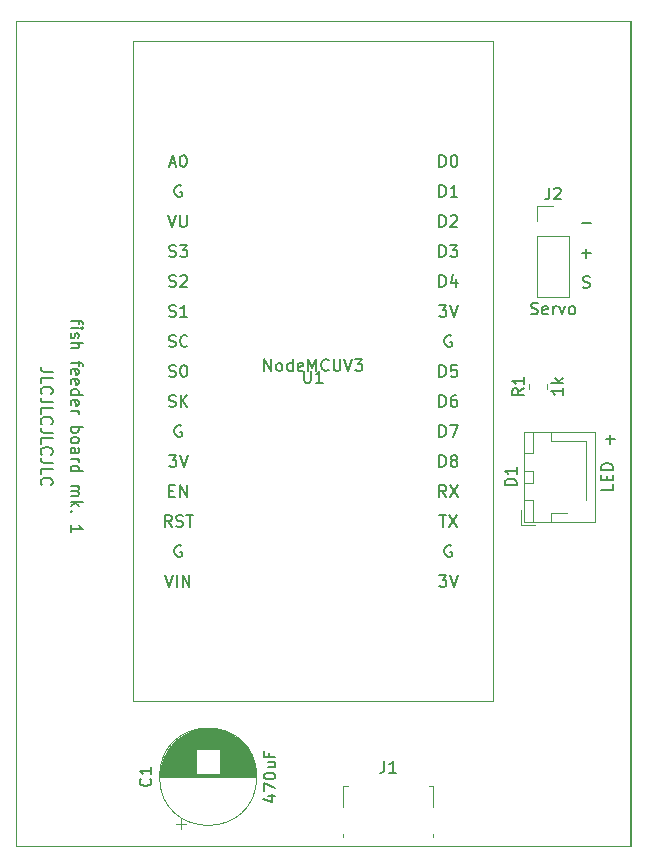
<source format=gto>
%TF.GenerationSoftware,KiCad,Pcbnew,(5.1.10)-1*%
%TF.CreationDate,2021-09-02T19:06:41+08:00*%
%TF.ProjectId,nodemcu_board,6e6f6465-6d63-4755-9f62-6f6172642e6b,rev?*%
%TF.SameCoordinates,Original*%
%TF.FileFunction,Legend,Top*%
%TF.FilePolarity,Positive*%
%FSLAX46Y46*%
G04 Gerber Fmt 4.6, Leading zero omitted, Abs format (unit mm)*
G04 Created by KiCad (PCBNEW (5.1.10)-1) date 2021-09-02 19:06:41*
%MOMM*%
%LPD*%
G01*
G04 APERTURE LIST*
%ADD10C,0.150000*%
%ADD11C,0.120000*%
G04 APERTURE END LIST*
D10*
X119927619Y-89360952D02*
X119213333Y-89360952D01*
X119070476Y-89313333D01*
X118975238Y-89218095D01*
X118927619Y-89075238D01*
X118927619Y-88980000D01*
X118927619Y-90313333D02*
X118927619Y-89837142D01*
X119927619Y-89837142D01*
X119022857Y-91218095D02*
X118975238Y-91170476D01*
X118927619Y-91027619D01*
X118927619Y-90932380D01*
X118975238Y-90789523D01*
X119070476Y-90694285D01*
X119165714Y-90646666D01*
X119356190Y-90599047D01*
X119499047Y-90599047D01*
X119689523Y-90646666D01*
X119784761Y-90694285D01*
X119880000Y-90789523D01*
X119927619Y-90932380D01*
X119927619Y-91027619D01*
X119880000Y-91170476D01*
X119832380Y-91218095D01*
X119927619Y-91932380D02*
X119213333Y-91932380D01*
X119070476Y-91884761D01*
X118975238Y-91789523D01*
X118927619Y-91646666D01*
X118927619Y-91551428D01*
X118927619Y-92884761D02*
X118927619Y-92408571D01*
X119927619Y-92408571D01*
X119022857Y-93789523D02*
X118975238Y-93741904D01*
X118927619Y-93599047D01*
X118927619Y-93503809D01*
X118975238Y-93360952D01*
X119070476Y-93265714D01*
X119165714Y-93218095D01*
X119356190Y-93170476D01*
X119499047Y-93170476D01*
X119689523Y-93218095D01*
X119784761Y-93265714D01*
X119880000Y-93360952D01*
X119927619Y-93503809D01*
X119927619Y-93599047D01*
X119880000Y-93741904D01*
X119832380Y-93789523D01*
X119927619Y-94503809D02*
X119213333Y-94503809D01*
X119070476Y-94456190D01*
X118975238Y-94360952D01*
X118927619Y-94218095D01*
X118927619Y-94122857D01*
X118927619Y-95456190D02*
X118927619Y-94980000D01*
X119927619Y-94980000D01*
X119022857Y-96360952D02*
X118975238Y-96313333D01*
X118927619Y-96170476D01*
X118927619Y-96075238D01*
X118975238Y-95932380D01*
X119070476Y-95837142D01*
X119165714Y-95789523D01*
X119356190Y-95741904D01*
X119499047Y-95741904D01*
X119689523Y-95789523D01*
X119784761Y-95837142D01*
X119880000Y-95932380D01*
X119927619Y-96075238D01*
X119927619Y-96170476D01*
X119880000Y-96313333D01*
X119832380Y-96360952D01*
X119927619Y-97075238D02*
X119213333Y-97075238D01*
X119070476Y-97027619D01*
X118975238Y-96932380D01*
X118927619Y-96789523D01*
X118927619Y-96694285D01*
X118927619Y-98027619D02*
X118927619Y-97551428D01*
X119927619Y-97551428D01*
X119022857Y-98932380D02*
X118975238Y-98884761D01*
X118927619Y-98741904D01*
X118927619Y-98646666D01*
X118975238Y-98503809D01*
X119070476Y-98408571D01*
X119165714Y-98360952D01*
X119356190Y-98313333D01*
X119499047Y-98313333D01*
X119689523Y-98360952D01*
X119784761Y-98408571D01*
X119880000Y-98503809D01*
X119927619Y-98646666D01*
X119927619Y-98741904D01*
X119880000Y-98884761D01*
X119832380Y-98932380D01*
X122134285Y-84932380D02*
X122134285Y-85313333D01*
X121467619Y-85075238D02*
X122324761Y-85075238D01*
X122420000Y-85122857D01*
X122467619Y-85218095D01*
X122467619Y-85313333D01*
X121467619Y-85646666D02*
X122134285Y-85646666D01*
X122467619Y-85646666D02*
X122420000Y-85599047D01*
X122372380Y-85646666D01*
X122420000Y-85694285D01*
X122467619Y-85646666D01*
X122372380Y-85646666D01*
X121515238Y-86075238D02*
X121467619Y-86170476D01*
X121467619Y-86360952D01*
X121515238Y-86456190D01*
X121610476Y-86503809D01*
X121658095Y-86503809D01*
X121753333Y-86456190D01*
X121800952Y-86360952D01*
X121800952Y-86218095D01*
X121848571Y-86122857D01*
X121943809Y-86075238D01*
X121991428Y-86075238D01*
X122086666Y-86122857D01*
X122134285Y-86218095D01*
X122134285Y-86360952D01*
X122086666Y-86456190D01*
X121467619Y-86932380D02*
X122467619Y-86932380D01*
X121467619Y-87360952D02*
X121991428Y-87360952D01*
X122086666Y-87313333D01*
X122134285Y-87218095D01*
X122134285Y-87075238D01*
X122086666Y-86980000D01*
X122039047Y-86932380D01*
X122134285Y-88456190D02*
X122134285Y-88837142D01*
X121467619Y-88599047D02*
X122324761Y-88599047D01*
X122420000Y-88646666D01*
X122467619Y-88741904D01*
X122467619Y-88837142D01*
X121515238Y-89551428D02*
X121467619Y-89456190D01*
X121467619Y-89265714D01*
X121515238Y-89170476D01*
X121610476Y-89122857D01*
X121991428Y-89122857D01*
X122086666Y-89170476D01*
X122134285Y-89265714D01*
X122134285Y-89456190D01*
X122086666Y-89551428D01*
X121991428Y-89599047D01*
X121896190Y-89599047D01*
X121800952Y-89122857D01*
X121515238Y-90408571D02*
X121467619Y-90313333D01*
X121467619Y-90122857D01*
X121515238Y-90027619D01*
X121610476Y-89980000D01*
X121991428Y-89980000D01*
X122086666Y-90027619D01*
X122134285Y-90122857D01*
X122134285Y-90313333D01*
X122086666Y-90408571D01*
X121991428Y-90456190D01*
X121896190Y-90456190D01*
X121800952Y-89980000D01*
X121467619Y-91313333D02*
X122467619Y-91313333D01*
X121515238Y-91313333D02*
X121467619Y-91218095D01*
X121467619Y-91027619D01*
X121515238Y-90932380D01*
X121562857Y-90884761D01*
X121658095Y-90837142D01*
X121943809Y-90837142D01*
X122039047Y-90884761D01*
X122086666Y-90932380D01*
X122134285Y-91027619D01*
X122134285Y-91218095D01*
X122086666Y-91313333D01*
X121515238Y-92170476D02*
X121467619Y-92075238D01*
X121467619Y-91884761D01*
X121515238Y-91789523D01*
X121610476Y-91741904D01*
X121991428Y-91741904D01*
X122086666Y-91789523D01*
X122134285Y-91884761D01*
X122134285Y-92075238D01*
X122086666Y-92170476D01*
X121991428Y-92218095D01*
X121896190Y-92218095D01*
X121800952Y-91741904D01*
X121467619Y-92646666D02*
X122134285Y-92646666D01*
X121943809Y-92646666D02*
X122039047Y-92694285D01*
X122086666Y-92741904D01*
X122134285Y-92837142D01*
X122134285Y-92932380D01*
X121467619Y-94027619D02*
X122467619Y-94027619D01*
X122086666Y-94027619D02*
X122134285Y-94122857D01*
X122134285Y-94313333D01*
X122086666Y-94408571D01*
X122039047Y-94456190D01*
X121943809Y-94503809D01*
X121658095Y-94503809D01*
X121562857Y-94456190D01*
X121515238Y-94408571D01*
X121467619Y-94313333D01*
X121467619Y-94122857D01*
X121515238Y-94027619D01*
X121467619Y-95075238D02*
X121515238Y-94980000D01*
X121562857Y-94932380D01*
X121658095Y-94884761D01*
X121943809Y-94884761D01*
X122039047Y-94932380D01*
X122086666Y-94980000D01*
X122134285Y-95075238D01*
X122134285Y-95218095D01*
X122086666Y-95313333D01*
X122039047Y-95360952D01*
X121943809Y-95408571D01*
X121658095Y-95408571D01*
X121562857Y-95360952D01*
X121515238Y-95313333D01*
X121467619Y-95218095D01*
X121467619Y-95075238D01*
X121467619Y-96265714D02*
X121991428Y-96265714D01*
X122086666Y-96218095D01*
X122134285Y-96122857D01*
X122134285Y-95932380D01*
X122086666Y-95837142D01*
X121515238Y-96265714D02*
X121467619Y-96170476D01*
X121467619Y-95932380D01*
X121515238Y-95837142D01*
X121610476Y-95789523D01*
X121705714Y-95789523D01*
X121800952Y-95837142D01*
X121848571Y-95932380D01*
X121848571Y-96170476D01*
X121896190Y-96265714D01*
X121467619Y-96741904D02*
X122134285Y-96741904D01*
X121943809Y-96741904D02*
X122039047Y-96789523D01*
X122086666Y-96837142D01*
X122134285Y-96932380D01*
X122134285Y-97027619D01*
X121467619Y-97789523D02*
X122467619Y-97789523D01*
X121515238Y-97789523D02*
X121467619Y-97694285D01*
X121467619Y-97503809D01*
X121515238Y-97408571D01*
X121562857Y-97360952D01*
X121658095Y-97313333D01*
X121943809Y-97313333D01*
X122039047Y-97360952D01*
X122086666Y-97408571D01*
X122134285Y-97503809D01*
X122134285Y-97694285D01*
X122086666Y-97789523D01*
X121467619Y-99027619D02*
X122134285Y-99027619D01*
X122039047Y-99027619D02*
X122086666Y-99075238D01*
X122134285Y-99170476D01*
X122134285Y-99313333D01*
X122086666Y-99408571D01*
X121991428Y-99456190D01*
X121467619Y-99456190D01*
X121991428Y-99456190D02*
X122086666Y-99503809D01*
X122134285Y-99599047D01*
X122134285Y-99741904D01*
X122086666Y-99837142D01*
X121991428Y-99884761D01*
X121467619Y-99884761D01*
X121467619Y-100360952D02*
X122467619Y-100360952D01*
X121848571Y-100456190D02*
X121467619Y-100741904D01*
X122134285Y-100741904D02*
X121753333Y-100360952D01*
X121562857Y-101170476D02*
X121515238Y-101218095D01*
X121467619Y-101170476D01*
X121515238Y-101122857D01*
X121562857Y-101170476D01*
X121467619Y-101170476D01*
X121467619Y-102932380D02*
X121467619Y-102360952D01*
X121467619Y-102646666D02*
X122467619Y-102646666D01*
X122324761Y-102551428D01*
X122229523Y-102456190D01*
X122181904Y-102360952D01*
X166751047Y-95067428D02*
X167512952Y-95067428D01*
X167132000Y-95448380D02*
X167132000Y-94686476D01*
X164814285Y-82192761D02*
X164957142Y-82240380D01*
X165195238Y-82240380D01*
X165290476Y-82192761D01*
X165338095Y-82145142D01*
X165385714Y-82049904D01*
X165385714Y-81954666D01*
X165338095Y-81859428D01*
X165290476Y-81811809D01*
X165195238Y-81764190D01*
X165004761Y-81716571D01*
X164909523Y-81668952D01*
X164861904Y-81621333D01*
X164814285Y-81526095D01*
X164814285Y-81430857D01*
X164861904Y-81335619D01*
X164909523Y-81288000D01*
X165004761Y-81240380D01*
X165242857Y-81240380D01*
X165385714Y-81288000D01*
X164719047Y-79319428D02*
X165480952Y-79319428D01*
X165100000Y-79700380D02*
X165100000Y-78938476D01*
X164719047Y-76779428D02*
X165480952Y-76779428D01*
D11*
X116840000Y-59690000D02*
X118110000Y-59690000D01*
X118110000Y-129540000D02*
X116840000Y-129540000D01*
X118110000Y-59690000D02*
X168910000Y-59690000D01*
X116840000Y-129540000D02*
X116840000Y-59690000D01*
X168910000Y-129540000D02*
X118110000Y-129540000D01*
D10*
X168910000Y-129540000D02*
X168910000Y-59690000D01*
D11*
%TO.C,C1*%
X137216000Y-123638000D02*
G75*
G03*
X137216000Y-123638000I-4120000J0D01*
G01*
X129016000Y-123638000D02*
X137176000Y-123638000D01*
X129016000Y-123598000D02*
X137176000Y-123598000D01*
X129016000Y-123558000D02*
X137176000Y-123558000D01*
X129017000Y-123518000D02*
X137175000Y-123518000D01*
X129019000Y-123478000D02*
X137173000Y-123478000D01*
X129020000Y-123438000D02*
X137172000Y-123438000D01*
X129022000Y-123398000D02*
X132056000Y-123398000D01*
X134136000Y-123398000D02*
X137170000Y-123398000D01*
X129025000Y-123358000D02*
X132056000Y-123358000D01*
X134136000Y-123358000D02*
X137167000Y-123358000D01*
X129028000Y-123318000D02*
X132056000Y-123318000D01*
X134136000Y-123318000D02*
X137164000Y-123318000D01*
X129031000Y-123278000D02*
X132056000Y-123278000D01*
X134136000Y-123278000D02*
X137161000Y-123278000D01*
X129035000Y-123238000D02*
X132056000Y-123238000D01*
X134136000Y-123238000D02*
X137157000Y-123238000D01*
X129039000Y-123198000D02*
X132056000Y-123198000D01*
X134136000Y-123198000D02*
X137153000Y-123198000D01*
X129044000Y-123158000D02*
X132056000Y-123158000D01*
X134136000Y-123158000D02*
X137148000Y-123158000D01*
X129048000Y-123118000D02*
X132056000Y-123118000D01*
X134136000Y-123118000D02*
X137144000Y-123118000D01*
X129054000Y-123078000D02*
X132056000Y-123078000D01*
X134136000Y-123078000D02*
X137138000Y-123078000D01*
X129059000Y-123038000D02*
X132056000Y-123038000D01*
X134136000Y-123038000D02*
X137133000Y-123038000D01*
X129066000Y-122998000D02*
X132056000Y-122998000D01*
X134136000Y-122998000D02*
X137126000Y-122998000D01*
X129072000Y-122958000D02*
X132056000Y-122958000D01*
X134136000Y-122958000D02*
X137120000Y-122958000D01*
X129079000Y-122917000D02*
X132056000Y-122917000D01*
X134136000Y-122917000D02*
X137113000Y-122917000D01*
X129086000Y-122877000D02*
X132056000Y-122877000D01*
X134136000Y-122877000D02*
X137106000Y-122877000D01*
X129094000Y-122837000D02*
X132056000Y-122837000D01*
X134136000Y-122837000D02*
X137098000Y-122837000D01*
X129102000Y-122797000D02*
X132056000Y-122797000D01*
X134136000Y-122797000D02*
X137090000Y-122797000D01*
X129111000Y-122757000D02*
X132056000Y-122757000D01*
X134136000Y-122757000D02*
X137081000Y-122757000D01*
X129120000Y-122717000D02*
X132056000Y-122717000D01*
X134136000Y-122717000D02*
X137072000Y-122717000D01*
X129129000Y-122677000D02*
X132056000Y-122677000D01*
X134136000Y-122677000D02*
X137063000Y-122677000D01*
X129139000Y-122637000D02*
X132056000Y-122637000D01*
X134136000Y-122637000D02*
X137053000Y-122637000D01*
X129149000Y-122597000D02*
X132056000Y-122597000D01*
X134136000Y-122597000D02*
X137043000Y-122597000D01*
X129160000Y-122557000D02*
X132056000Y-122557000D01*
X134136000Y-122557000D02*
X137032000Y-122557000D01*
X129171000Y-122517000D02*
X132056000Y-122517000D01*
X134136000Y-122517000D02*
X137021000Y-122517000D01*
X129182000Y-122477000D02*
X132056000Y-122477000D01*
X134136000Y-122477000D02*
X137010000Y-122477000D01*
X129194000Y-122437000D02*
X132056000Y-122437000D01*
X134136000Y-122437000D02*
X136998000Y-122437000D01*
X129207000Y-122397000D02*
X132056000Y-122397000D01*
X134136000Y-122397000D02*
X136985000Y-122397000D01*
X129219000Y-122357000D02*
X132056000Y-122357000D01*
X134136000Y-122357000D02*
X136973000Y-122357000D01*
X129233000Y-122317000D02*
X132056000Y-122317000D01*
X134136000Y-122317000D02*
X136959000Y-122317000D01*
X129246000Y-122277000D02*
X132056000Y-122277000D01*
X134136000Y-122277000D02*
X136946000Y-122277000D01*
X129261000Y-122237000D02*
X132056000Y-122237000D01*
X134136000Y-122237000D02*
X136931000Y-122237000D01*
X129275000Y-122197000D02*
X132056000Y-122197000D01*
X134136000Y-122197000D02*
X136917000Y-122197000D01*
X129291000Y-122157000D02*
X132056000Y-122157000D01*
X134136000Y-122157000D02*
X136901000Y-122157000D01*
X129306000Y-122117000D02*
X132056000Y-122117000D01*
X134136000Y-122117000D02*
X136886000Y-122117000D01*
X129322000Y-122077000D02*
X132056000Y-122077000D01*
X134136000Y-122077000D02*
X136870000Y-122077000D01*
X129339000Y-122037000D02*
X132056000Y-122037000D01*
X134136000Y-122037000D02*
X136853000Y-122037000D01*
X129356000Y-121997000D02*
X132056000Y-121997000D01*
X134136000Y-121997000D02*
X136836000Y-121997000D01*
X129374000Y-121957000D02*
X132056000Y-121957000D01*
X134136000Y-121957000D02*
X136818000Y-121957000D01*
X129392000Y-121917000D02*
X132056000Y-121917000D01*
X134136000Y-121917000D02*
X136800000Y-121917000D01*
X129410000Y-121877000D02*
X132056000Y-121877000D01*
X134136000Y-121877000D02*
X136782000Y-121877000D01*
X129430000Y-121837000D02*
X132056000Y-121837000D01*
X134136000Y-121837000D02*
X136762000Y-121837000D01*
X129449000Y-121797000D02*
X132056000Y-121797000D01*
X134136000Y-121797000D02*
X136743000Y-121797000D01*
X129469000Y-121757000D02*
X132056000Y-121757000D01*
X134136000Y-121757000D02*
X136723000Y-121757000D01*
X129490000Y-121717000D02*
X132056000Y-121717000D01*
X134136000Y-121717000D02*
X136702000Y-121717000D01*
X129512000Y-121677000D02*
X132056000Y-121677000D01*
X134136000Y-121677000D02*
X136680000Y-121677000D01*
X129534000Y-121637000D02*
X132056000Y-121637000D01*
X134136000Y-121637000D02*
X136658000Y-121637000D01*
X129556000Y-121597000D02*
X132056000Y-121597000D01*
X134136000Y-121597000D02*
X136636000Y-121597000D01*
X129579000Y-121557000D02*
X132056000Y-121557000D01*
X134136000Y-121557000D02*
X136613000Y-121557000D01*
X129603000Y-121517000D02*
X132056000Y-121517000D01*
X134136000Y-121517000D02*
X136589000Y-121517000D01*
X129627000Y-121477000D02*
X132056000Y-121477000D01*
X134136000Y-121477000D02*
X136565000Y-121477000D01*
X129652000Y-121437000D02*
X132056000Y-121437000D01*
X134136000Y-121437000D02*
X136540000Y-121437000D01*
X129678000Y-121397000D02*
X132056000Y-121397000D01*
X134136000Y-121397000D02*
X136514000Y-121397000D01*
X129704000Y-121357000D02*
X132056000Y-121357000D01*
X134136000Y-121357000D02*
X136488000Y-121357000D01*
X129731000Y-121317000D02*
X136461000Y-121317000D01*
X129758000Y-121277000D02*
X136434000Y-121277000D01*
X129787000Y-121237000D02*
X136405000Y-121237000D01*
X129816000Y-121197000D02*
X136376000Y-121197000D01*
X129846000Y-121157000D02*
X136346000Y-121157000D01*
X129876000Y-121117000D02*
X136316000Y-121117000D01*
X129907000Y-121077000D02*
X136285000Y-121077000D01*
X129940000Y-121037000D02*
X136252000Y-121037000D01*
X129972000Y-120997000D02*
X136220000Y-120997000D01*
X130006000Y-120957000D02*
X136186000Y-120957000D01*
X130041000Y-120917000D02*
X136151000Y-120917000D01*
X130077000Y-120877000D02*
X136115000Y-120877000D01*
X130113000Y-120837000D02*
X136079000Y-120837000D01*
X130151000Y-120797000D02*
X136041000Y-120797000D01*
X130189000Y-120757000D02*
X136003000Y-120757000D01*
X130229000Y-120717000D02*
X135963000Y-120717000D01*
X130270000Y-120677000D02*
X135922000Y-120677000D01*
X130312000Y-120637000D02*
X135880000Y-120637000D01*
X130355000Y-120597000D02*
X135837000Y-120597000D01*
X130399000Y-120557000D02*
X135793000Y-120557000D01*
X130445000Y-120517000D02*
X135747000Y-120517000D01*
X130492000Y-120477000D02*
X135700000Y-120477000D01*
X130540000Y-120437000D02*
X135652000Y-120437000D01*
X130591000Y-120397000D02*
X135601000Y-120397000D01*
X130642000Y-120357000D02*
X135550000Y-120357000D01*
X130696000Y-120317000D02*
X135496000Y-120317000D01*
X130751000Y-120277000D02*
X135441000Y-120277000D01*
X130809000Y-120237000D02*
X135383000Y-120237000D01*
X130868000Y-120197000D02*
X135324000Y-120197000D01*
X130930000Y-120157000D02*
X135262000Y-120157000D01*
X130994000Y-120117000D02*
X135198000Y-120117000D01*
X131062000Y-120077000D02*
X135130000Y-120077000D01*
X131132000Y-120037000D02*
X135060000Y-120037000D01*
X131206000Y-119997000D02*
X134986000Y-119997000D01*
X131283000Y-119957000D02*
X134909000Y-119957000D01*
X131365000Y-119917000D02*
X134827000Y-119917000D01*
X131451000Y-119877000D02*
X134741000Y-119877000D01*
X131544000Y-119837000D02*
X134648000Y-119837000D01*
X131643000Y-119797000D02*
X134549000Y-119797000D01*
X131750000Y-119757000D02*
X134442000Y-119757000D01*
X131867000Y-119717000D02*
X134325000Y-119717000D01*
X131998000Y-119677000D02*
X134194000Y-119677000D01*
X132148000Y-119637000D02*
X134044000Y-119637000D01*
X132328000Y-119597000D02*
X133864000Y-119597000D01*
X132563000Y-119557000D02*
X133629000Y-119557000D01*
X130781000Y-128047698D02*
X130781000Y-127247698D01*
X130381000Y-127647698D02*
X131181000Y-127647698D01*
%TO.C,D1*%
X159846000Y-102048000D02*
X165816000Y-102048000D01*
X165816000Y-102048000D02*
X165816000Y-94428000D01*
X165816000Y-94428000D02*
X159846000Y-94428000D01*
X159846000Y-94428000D02*
X159846000Y-102048000D01*
X159856000Y-98738000D02*
X160606000Y-98738000D01*
X160606000Y-98738000D02*
X160606000Y-97738000D01*
X160606000Y-97738000D02*
X159856000Y-97738000D01*
X159856000Y-97738000D02*
X159856000Y-98738000D01*
X159856000Y-102038000D02*
X160606000Y-102038000D01*
X160606000Y-102038000D02*
X160606000Y-100238000D01*
X160606000Y-100238000D02*
X159856000Y-100238000D01*
X159856000Y-100238000D02*
X159856000Y-102038000D01*
X159856000Y-96238000D02*
X160606000Y-96238000D01*
X160606000Y-96238000D02*
X160606000Y-94438000D01*
X160606000Y-94438000D02*
X159856000Y-94438000D01*
X159856000Y-94438000D02*
X159856000Y-96238000D01*
X162106000Y-102038000D02*
X162106000Y-101288000D01*
X162106000Y-101288000D02*
X163446000Y-101288000D01*
X165056000Y-98238000D02*
X165056000Y-100228000D01*
X162106000Y-94438000D02*
X162106000Y-95188000D01*
X162106000Y-95188000D02*
X165056000Y-95188000D01*
X165056000Y-95188000D02*
X165056000Y-98238000D01*
X159556000Y-101088000D02*
X159556000Y-102338000D01*
X159556000Y-102338000D02*
X160806000Y-102338000D01*
%TO.C,J2*%
X160976000Y-83038000D02*
X163636000Y-83038000D01*
X160976000Y-77898000D02*
X160976000Y-83038000D01*
X163636000Y-77898000D02*
X163636000Y-83038000D01*
X160976000Y-77898000D02*
X163636000Y-77898000D01*
X160976000Y-76628000D02*
X160976000Y-75298000D01*
X160976000Y-75298000D02*
X162306000Y-75298000D01*
%TO.C,R1*%
X160301000Y-90825064D02*
X160301000Y-90370936D01*
X161771000Y-90825064D02*
X161771000Y-90370936D01*
%TO.C,U1*%
X126746000Y-117268000D02*
X126746000Y-61388000D01*
X157226000Y-117268000D02*
X126746000Y-117268000D01*
X157226000Y-61388000D02*
X157226000Y-117268000D01*
X126746000Y-61388000D02*
X157226000Y-61388000D01*
%TO.C,J1*%
X152146000Y-124448000D02*
X151766000Y-124448000D01*
X152146000Y-128498000D02*
X152146000Y-128758000D01*
X152146000Y-124448000D02*
X152146000Y-126218000D01*
X144526000Y-124448000D02*
X144906000Y-124448000D01*
X144526000Y-126218000D02*
X144526000Y-124448000D01*
X144526000Y-128758000D02*
X144526000Y-128498000D01*
%TO.C,C1*%
D10*
X128203142Y-123804666D02*
X128250761Y-123852285D01*
X128298380Y-123995142D01*
X128298380Y-124090380D01*
X128250761Y-124233238D01*
X128155523Y-124328476D01*
X128060285Y-124376095D01*
X127869809Y-124423714D01*
X127726952Y-124423714D01*
X127536476Y-124376095D01*
X127441238Y-124328476D01*
X127346000Y-124233238D01*
X127298380Y-124090380D01*
X127298380Y-123995142D01*
X127346000Y-123852285D01*
X127393619Y-123804666D01*
X128298380Y-122852285D02*
X128298380Y-123423714D01*
X128298380Y-123138000D02*
X127298380Y-123138000D01*
X127441238Y-123233238D01*
X127536476Y-123328476D01*
X127584095Y-123423714D01*
X138131714Y-125280857D02*
X138798380Y-125280857D01*
X137750761Y-125518952D02*
X138465047Y-125757047D01*
X138465047Y-125138000D01*
X137798380Y-124852285D02*
X137798380Y-124185619D01*
X138798380Y-124614190D01*
X137798380Y-123614190D02*
X137798380Y-123518952D01*
X137846000Y-123423714D01*
X137893619Y-123376095D01*
X137988857Y-123328476D01*
X138179333Y-123280857D01*
X138417428Y-123280857D01*
X138607904Y-123328476D01*
X138703142Y-123376095D01*
X138750761Y-123423714D01*
X138798380Y-123518952D01*
X138798380Y-123614190D01*
X138750761Y-123709428D01*
X138703142Y-123757047D01*
X138607904Y-123804666D01*
X138417428Y-123852285D01*
X138179333Y-123852285D01*
X137988857Y-123804666D01*
X137893619Y-123757047D01*
X137846000Y-123709428D01*
X137798380Y-123614190D01*
X138131714Y-122423714D02*
X138798380Y-122423714D01*
X138131714Y-122852285D02*
X138655523Y-122852285D01*
X138750761Y-122804666D01*
X138798380Y-122709428D01*
X138798380Y-122566571D01*
X138750761Y-122471333D01*
X138703142Y-122423714D01*
X138274571Y-121614190D02*
X138274571Y-121947523D01*
X138798380Y-121947523D02*
X137798380Y-121947523D01*
X137798380Y-121471333D01*
%TO.C,D1*%
X159208380Y-98976095D02*
X158208380Y-98976095D01*
X158208380Y-98738000D01*
X158256000Y-98595142D01*
X158351238Y-98499904D01*
X158446476Y-98452285D01*
X158636952Y-98404666D01*
X158779809Y-98404666D01*
X158970285Y-98452285D01*
X159065523Y-98499904D01*
X159160761Y-98595142D01*
X159208380Y-98738000D01*
X159208380Y-98976095D01*
X159208380Y-97452285D02*
X159208380Y-98023714D01*
X159208380Y-97738000D02*
X158208380Y-97738000D01*
X158351238Y-97833238D01*
X158446476Y-97928476D01*
X158494095Y-98023714D01*
X167358380Y-98880857D02*
X167358380Y-99357047D01*
X166358380Y-99357047D01*
X166834571Y-98547523D02*
X166834571Y-98214190D01*
X167358380Y-98071333D02*
X167358380Y-98547523D01*
X166358380Y-98547523D01*
X166358380Y-98071333D01*
X167358380Y-97642761D02*
X166358380Y-97642761D01*
X166358380Y-97404666D01*
X166406000Y-97261809D01*
X166501238Y-97166571D01*
X166596476Y-97118952D01*
X166786952Y-97071333D01*
X166929809Y-97071333D01*
X167120285Y-97118952D01*
X167215523Y-97166571D01*
X167310761Y-97261809D01*
X167358380Y-97404666D01*
X167358380Y-97642761D01*
%TO.C,J2*%
X161972666Y-73750380D02*
X161972666Y-74464666D01*
X161925047Y-74607523D01*
X161829809Y-74702761D01*
X161686952Y-74750380D01*
X161591714Y-74750380D01*
X162401238Y-73845619D02*
X162448857Y-73798000D01*
X162544095Y-73750380D01*
X162782190Y-73750380D01*
X162877428Y-73798000D01*
X162925047Y-73845619D01*
X162972666Y-73940857D01*
X162972666Y-74036095D01*
X162925047Y-74178952D01*
X162353619Y-74750380D01*
X162972666Y-74750380D01*
X160448857Y-84442761D02*
X160591714Y-84490380D01*
X160829809Y-84490380D01*
X160925047Y-84442761D01*
X160972666Y-84395142D01*
X161020285Y-84299904D01*
X161020285Y-84204666D01*
X160972666Y-84109428D01*
X160925047Y-84061809D01*
X160829809Y-84014190D01*
X160639333Y-83966571D01*
X160544095Y-83918952D01*
X160496476Y-83871333D01*
X160448857Y-83776095D01*
X160448857Y-83680857D01*
X160496476Y-83585619D01*
X160544095Y-83538000D01*
X160639333Y-83490380D01*
X160877428Y-83490380D01*
X161020285Y-83538000D01*
X161829809Y-84442761D02*
X161734571Y-84490380D01*
X161544095Y-84490380D01*
X161448857Y-84442761D01*
X161401238Y-84347523D01*
X161401238Y-83966571D01*
X161448857Y-83871333D01*
X161544095Y-83823714D01*
X161734571Y-83823714D01*
X161829809Y-83871333D01*
X161877428Y-83966571D01*
X161877428Y-84061809D01*
X161401238Y-84157047D01*
X162306000Y-84490380D02*
X162306000Y-83823714D01*
X162306000Y-84014190D02*
X162353619Y-83918952D01*
X162401238Y-83871333D01*
X162496476Y-83823714D01*
X162591714Y-83823714D01*
X162829809Y-83823714D02*
X163067904Y-84490380D01*
X163306000Y-83823714D01*
X163829809Y-84490380D02*
X163734571Y-84442761D01*
X163686952Y-84395142D01*
X163639333Y-84299904D01*
X163639333Y-84014190D01*
X163686952Y-83918952D01*
X163734571Y-83871333D01*
X163829809Y-83823714D01*
X163972666Y-83823714D01*
X164067904Y-83871333D01*
X164115523Y-83918952D01*
X164163142Y-84014190D01*
X164163142Y-84299904D01*
X164115523Y-84395142D01*
X164067904Y-84442761D01*
X163972666Y-84490380D01*
X163829809Y-84490380D01*
%TO.C,R1*%
X159838380Y-90764666D02*
X159362190Y-91098000D01*
X159838380Y-91336095D02*
X158838380Y-91336095D01*
X158838380Y-90955142D01*
X158886000Y-90859904D01*
X158933619Y-90812285D01*
X159028857Y-90764666D01*
X159171714Y-90764666D01*
X159266952Y-90812285D01*
X159314571Y-90859904D01*
X159362190Y-90955142D01*
X159362190Y-91336095D01*
X159838380Y-89812285D02*
X159838380Y-90383714D01*
X159838380Y-90098000D02*
X158838380Y-90098000D01*
X158981238Y-90193238D01*
X159076476Y-90288476D01*
X159124095Y-90383714D01*
X163138380Y-90717047D02*
X163138380Y-91288476D01*
X163138380Y-91002761D02*
X162138380Y-91002761D01*
X162281238Y-91098000D01*
X162376476Y-91193238D01*
X162424095Y-91288476D01*
X163138380Y-90288476D02*
X162138380Y-90288476D01*
X162757428Y-90193238D02*
X163138380Y-89907523D01*
X162471714Y-89907523D02*
X162852666Y-90288476D01*
%TO.C,U1*%
X141224095Y-89280380D02*
X141224095Y-90089904D01*
X141271714Y-90185142D01*
X141319333Y-90232761D01*
X141414571Y-90280380D01*
X141605047Y-90280380D01*
X141700285Y-90232761D01*
X141747904Y-90185142D01*
X141795523Y-90089904D01*
X141795523Y-89280380D01*
X142795523Y-90280380D02*
X142224095Y-90280380D01*
X142509809Y-90280380D02*
X142509809Y-89280380D01*
X142414571Y-89423238D01*
X142319333Y-89518476D01*
X142224095Y-89566095D01*
X137866952Y-89280380D02*
X137866952Y-88280380D01*
X138438380Y-89280380D01*
X138438380Y-88280380D01*
X139057428Y-89280380D02*
X138962190Y-89232761D01*
X138914571Y-89185142D01*
X138866952Y-89089904D01*
X138866952Y-88804190D01*
X138914571Y-88708952D01*
X138962190Y-88661333D01*
X139057428Y-88613714D01*
X139200285Y-88613714D01*
X139295523Y-88661333D01*
X139343142Y-88708952D01*
X139390761Y-88804190D01*
X139390761Y-89089904D01*
X139343142Y-89185142D01*
X139295523Y-89232761D01*
X139200285Y-89280380D01*
X139057428Y-89280380D01*
X140247904Y-89280380D02*
X140247904Y-88280380D01*
X140247904Y-89232761D02*
X140152666Y-89280380D01*
X139962190Y-89280380D01*
X139866952Y-89232761D01*
X139819333Y-89185142D01*
X139771714Y-89089904D01*
X139771714Y-88804190D01*
X139819333Y-88708952D01*
X139866952Y-88661333D01*
X139962190Y-88613714D01*
X140152666Y-88613714D01*
X140247904Y-88661333D01*
X141105047Y-89232761D02*
X141009809Y-89280380D01*
X140819333Y-89280380D01*
X140724095Y-89232761D01*
X140676476Y-89137523D01*
X140676476Y-88756571D01*
X140724095Y-88661333D01*
X140819333Y-88613714D01*
X141009809Y-88613714D01*
X141105047Y-88661333D01*
X141152666Y-88756571D01*
X141152666Y-88851809D01*
X140676476Y-88947047D01*
X141581238Y-89280380D02*
X141581238Y-88280380D01*
X141914571Y-88994666D01*
X142247904Y-88280380D01*
X142247904Y-89280380D01*
X143295523Y-89185142D02*
X143247904Y-89232761D01*
X143105047Y-89280380D01*
X143009809Y-89280380D01*
X142866952Y-89232761D01*
X142771714Y-89137523D01*
X142724095Y-89042285D01*
X142676476Y-88851809D01*
X142676476Y-88708952D01*
X142724095Y-88518476D01*
X142771714Y-88423238D01*
X142866952Y-88328000D01*
X143009809Y-88280380D01*
X143105047Y-88280380D01*
X143247904Y-88328000D01*
X143295523Y-88375619D01*
X143724095Y-88280380D02*
X143724095Y-89089904D01*
X143771714Y-89185142D01*
X143819333Y-89232761D01*
X143914571Y-89280380D01*
X144105047Y-89280380D01*
X144200285Y-89232761D01*
X144247904Y-89185142D01*
X144295523Y-89089904D01*
X144295523Y-88280380D01*
X144628857Y-88280380D02*
X144962190Y-89280380D01*
X145295523Y-88280380D01*
X145533619Y-88280380D02*
X146152666Y-88280380D01*
X145819333Y-88661333D01*
X145962190Y-88661333D01*
X146057428Y-88708952D01*
X146105047Y-88756571D01*
X146152666Y-88851809D01*
X146152666Y-89089904D01*
X146105047Y-89185142D01*
X146057428Y-89232761D01*
X145962190Y-89280380D01*
X145676476Y-89280380D01*
X145581238Y-89232761D01*
X145533619Y-89185142D01*
X129841714Y-71714666D02*
X130317904Y-71714666D01*
X129746476Y-72000380D02*
X130079809Y-71000380D01*
X130413142Y-72000380D01*
X130936952Y-71000380D02*
X131032190Y-71000380D01*
X131127428Y-71048000D01*
X131175047Y-71095619D01*
X131222666Y-71190857D01*
X131270285Y-71381333D01*
X131270285Y-71619428D01*
X131222666Y-71809904D01*
X131175047Y-71905142D01*
X131127428Y-71952761D01*
X131032190Y-72000380D01*
X130936952Y-72000380D01*
X130841714Y-71952761D01*
X130794095Y-71905142D01*
X130746476Y-71809904D01*
X130698857Y-71619428D01*
X130698857Y-71381333D01*
X130746476Y-71190857D01*
X130794095Y-71095619D01*
X130841714Y-71048000D01*
X130936952Y-71000380D01*
X130817904Y-73588000D02*
X130722666Y-73540380D01*
X130579809Y-73540380D01*
X130436952Y-73588000D01*
X130341714Y-73683238D01*
X130294095Y-73778476D01*
X130246476Y-73968952D01*
X130246476Y-74111809D01*
X130294095Y-74302285D01*
X130341714Y-74397523D01*
X130436952Y-74492761D01*
X130579809Y-74540380D01*
X130675047Y-74540380D01*
X130817904Y-74492761D01*
X130865523Y-74445142D01*
X130865523Y-74111809D01*
X130675047Y-74111809D01*
X129698857Y-76080380D02*
X130032190Y-77080380D01*
X130365523Y-76080380D01*
X130698857Y-76080380D02*
X130698857Y-76889904D01*
X130746476Y-76985142D01*
X130794095Y-77032761D01*
X130889333Y-77080380D01*
X131079809Y-77080380D01*
X131175047Y-77032761D01*
X131222666Y-76985142D01*
X131270285Y-76889904D01*
X131270285Y-76080380D01*
X129794095Y-79572761D02*
X129936952Y-79620380D01*
X130175047Y-79620380D01*
X130270285Y-79572761D01*
X130317904Y-79525142D01*
X130365523Y-79429904D01*
X130365523Y-79334666D01*
X130317904Y-79239428D01*
X130270285Y-79191809D01*
X130175047Y-79144190D01*
X129984571Y-79096571D01*
X129889333Y-79048952D01*
X129841714Y-79001333D01*
X129794095Y-78906095D01*
X129794095Y-78810857D01*
X129841714Y-78715619D01*
X129889333Y-78668000D01*
X129984571Y-78620380D01*
X130222666Y-78620380D01*
X130365523Y-78668000D01*
X130698857Y-78620380D02*
X131317904Y-78620380D01*
X130984571Y-79001333D01*
X131127428Y-79001333D01*
X131222666Y-79048952D01*
X131270285Y-79096571D01*
X131317904Y-79191809D01*
X131317904Y-79429904D01*
X131270285Y-79525142D01*
X131222666Y-79572761D01*
X131127428Y-79620380D01*
X130841714Y-79620380D01*
X130746476Y-79572761D01*
X130698857Y-79525142D01*
X129794095Y-82112761D02*
X129936952Y-82160380D01*
X130175047Y-82160380D01*
X130270285Y-82112761D01*
X130317904Y-82065142D01*
X130365523Y-81969904D01*
X130365523Y-81874666D01*
X130317904Y-81779428D01*
X130270285Y-81731809D01*
X130175047Y-81684190D01*
X129984571Y-81636571D01*
X129889333Y-81588952D01*
X129841714Y-81541333D01*
X129794095Y-81446095D01*
X129794095Y-81350857D01*
X129841714Y-81255619D01*
X129889333Y-81208000D01*
X129984571Y-81160380D01*
X130222666Y-81160380D01*
X130365523Y-81208000D01*
X130746476Y-81255619D02*
X130794095Y-81208000D01*
X130889333Y-81160380D01*
X131127428Y-81160380D01*
X131222666Y-81208000D01*
X131270285Y-81255619D01*
X131317904Y-81350857D01*
X131317904Y-81446095D01*
X131270285Y-81588952D01*
X130698857Y-82160380D01*
X131317904Y-82160380D01*
X129794095Y-84652761D02*
X129936952Y-84700380D01*
X130175047Y-84700380D01*
X130270285Y-84652761D01*
X130317904Y-84605142D01*
X130365523Y-84509904D01*
X130365523Y-84414666D01*
X130317904Y-84319428D01*
X130270285Y-84271809D01*
X130175047Y-84224190D01*
X129984571Y-84176571D01*
X129889333Y-84128952D01*
X129841714Y-84081333D01*
X129794095Y-83986095D01*
X129794095Y-83890857D01*
X129841714Y-83795619D01*
X129889333Y-83748000D01*
X129984571Y-83700380D01*
X130222666Y-83700380D01*
X130365523Y-83748000D01*
X131317904Y-84700380D02*
X130746476Y-84700380D01*
X131032190Y-84700380D02*
X131032190Y-83700380D01*
X130936952Y-83843238D01*
X130841714Y-83938476D01*
X130746476Y-83986095D01*
X129770285Y-87192761D02*
X129913142Y-87240380D01*
X130151238Y-87240380D01*
X130246476Y-87192761D01*
X130294095Y-87145142D01*
X130341714Y-87049904D01*
X130341714Y-86954666D01*
X130294095Y-86859428D01*
X130246476Y-86811809D01*
X130151238Y-86764190D01*
X129960761Y-86716571D01*
X129865523Y-86668952D01*
X129817904Y-86621333D01*
X129770285Y-86526095D01*
X129770285Y-86430857D01*
X129817904Y-86335619D01*
X129865523Y-86288000D01*
X129960761Y-86240380D01*
X130198857Y-86240380D01*
X130341714Y-86288000D01*
X131341714Y-87145142D02*
X131294095Y-87192761D01*
X131151238Y-87240380D01*
X131056000Y-87240380D01*
X130913142Y-87192761D01*
X130817904Y-87097523D01*
X130770285Y-87002285D01*
X130722666Y-86811809D01*
X130722666Y-86668952D01*
X130770285Y-86478476D01*
X130817904Y-86383238D01*
X130913142Y-86288000D01*
X131056000Y-86240380D01*
X131151238Y-86240380D01*
X131294095Y-86288000D01*
X131341714Y-86335619D01*
X129794095Y-89732761D02*
X129936952Y-89780380D01*
X130175047Y-89780380D01*
X130270285Y-89732761D01*
X130317904Y-89685142D01*
X130365523Y-89589904D01*
X130365523Y-89494666D01*
X130317904Y-89399428D01*
X130270285Y-89351809D01*
X130175047Y-89304190D01*
X129984571Y-89256571D01*
X129889333Y-89208952D01*
X129841714Y-89161333D01*
X129794095Y-89066095D01*
X129794095Y-88970857D01*
X129841714Y-88875619D01*
X129889333Y-88828000D01*
X129984571Y-88780380D01*
X130222666Y-88780380D01*
X130365523Y-88828000D01*
X130984571Y-88780380D02*
X131079809Y-88780380D01*
X131175047Y-88828000D01*
X131222666Y-88875619D01*
X131270285Y-88970857D01*
X131317904Y-89161333D01*
X131317904Y-89399428D01*
X131270285Y-89589904D01*
X131222666Y-89685142D01*
X131175047Y-89732761D01*
X131079809Y-89780380D01*
X130984571Y-89780380D01*
X130889333Y-89732761D01*
X130841714Y-89685142D01*
X130794095Y-89589904D01*
X130746476Y-89399428D01*
X130746476Y-89161333D01*
X130794095Y-88970857D01*
X130841714Y-88875619D01*
X130889333Y-88828000D01*
X130984571Y-88780380D01*
X129770285Y-92272761D02*
X129913142Y-92320380D01*
X130151238Y-92320380D01*
X130246476Y-92272761D01*
X130294095Y-92225142D01*
X130341714Y-92129904D01*
X130341714Y-92034666D01*
X130294095Y-91939428D01*
X130246476Y-91891809D01*
X130151238Y-91844190D01*
X129960761Y-91796571D01*
X129865523Y-91748952D01*
X129817904Y-91701333D01*
X129770285Y-91606095D01*
X129770285Y-91510857D01*
X129817904Y-91415619D01*
X129865523Y-91368000D01*
X129960761Y-91320380D01*
X130198857Y-91320380D01*
X130341714Y-91368000D01*
X130770285Y-92320380D02*
X130770285Y-91320380D01*
X131341714Y-92320380D02*
X130913142Y-91748952D01*
X131341714Y-91320380D02*
X130770285Y-91891809D01*
X130817904Y-93908000D02*
X130722666Y-93860380D01*
X130579809Y-93860380D01*
X130436952Y-93908000D01*
X130341714Y-94003238D01*
X130294095Y-94098476D01*
X130246476Y-94288952D01*
X130246476Y-94431809D01*
X130294095Y-94622285D01*
X130341714Y-94717523D01*
X130436952Y-94812761D01*
X130579809Y-94860380D01*
X130675047Y-94860380D01*
X130817904Y-94812761D01*
X130865523Y-94765142D01*
X130865523Y-94431809D01*
X130675047Y-94431809D01*
X129794095Y-96400380D02*
X130413142Y-96400380D01*
X130079809Y-96781333D01*
X130222666Y-96781333D01*
X130317904Y-96828952D01*
X130365523Y-96876571D01*
X130413142Y-96971809D01*
X130413142Y-97209904D01*
X130365523Y-97305142D01*
X130317904Y-97352761D01*
X130222666Y-97400380D01*
X129936952Y-97400380D01*
X129841714Y-97352761D01*
X129794095Y-97305142D01*
X130698857Y-96400380D02*
X131032190Y-97400380D01*
X131365523Y-96400380D01*
X129817904Y-99416571D02*
X130151238Y-99416571D01*
X130294095Y-99940380D02*
X129817904Y-99940380D01*
X129817904Y-98940380D01*
X130294095Y-98940380D01*
X130722666Y-99940380D02*
X130722666Y-98940380D01*
X131294095Y-99940380D01*
X131294095Y-98940380D01*
X130008380Y-102480380D02*
X129675047Y-102004190D01*
X129436952Y-102480380D02*
X129436952Y-101480380D01*
X129817904Y-101480380D01*
X129913142Y-101528000D01*
X129960761Y-101575619D01*
X130008380Y-101670857D01*
X130008380Y-101813714D01*
X129960761Y-101908952D01*
X129913142Y-101956571D01*
X129817904Y-102004190D01*
X129436952Y-102004190D01*
X130389333Y-102432761D02*
X130532190Y-102480380D01*
X130770285Y-102480380D01*
X130865523Y-102432761D01*
X130913142Y-102385142D01*
X130960761Y-102289904D01*
X130960761Y-102194666D01*
X130913142Y-102099428D01*
X130865523Y-102051809D01*
X130770285Y-102004190D01*
X130579809Y-101956571D01*
X130484571Y-101908952D01*
X130436952Y-101861333D01*
X130389333Y-101766095D01*
X130389333Y-101670857D01*
X130436952Y-101575619D01*
X130484571Y-101528000D01*
X130579809Y-101480380D01*
X130817904Y-101480380D01*
X130960761Y-101528000D01*
X131246476Y-101480380D02*
X131817904Y-101480380D01*
X131532190Y-102480380D02*
X131532190Y-101480380D01*
X130817904Y-104068000D02*
X130722666Y-104020380D01*
X130579809Y-104020380D01*
X130436952Y-104068000D01*
X130341714Y-104163238D01*
X130294095Y-104258476D01*
X130246476Y-104448952D01*
X130246476Y-104591809D01*
X130294095Y-104782285D01*
X130341714Y-104877523D01*
X130436952Y-104972761D01*
X130579809Y-105020380D01*
X130675047Y-105020380D01*
X130817904Y-104972761D01*
X130865523Y-104925142D01*
X130865523Y-104591809D01*
X130675047Y-104591809D01*
X129460761Y-106560380D02*
X129794095Y-107560380D01*
X130127428Y-106560380D01*
X130460761Y-107560380D02*
X130460761Y-106560380D01*
X130936952Y-107560380D02*
X130936952Y-106560380D01*
X131508380Y-107560380D01*
X131508380Y-106560380D01*
X152677904Y-72000380D02*
X152677904Y-71000380D01*
X152916000Y-71000380D01*
X153058857Y-71048000D01*
X153154095Y-71143238D01*
X153201714Y-71238476D01*
X153249333Y-71428952D01*
X153249333Y-71571809D01*
X153201714Y-71762285D01*
X153154095Y-71857523D01*
X153058857Y-71952761D01*
X152916000Y-72000380D01*
X152677904Y-72000380D01*
X153868380Y-71000380D02*
X153963619Y-71000380D01*
X154058857Y-71048000D01*
X154106476Y-71095619D01*
X154154095Y-71190857D01*
X154201714Y-71381333D01*
X154201714Y-71619428D01*
X154154095Y-71809904D01*
X154106476Y-71905142D01*
X154058857Y-71952761D01*
X153963619Y-72000380D01*
X153868380Y-72000380D01*
X153773142Y-71952761D01*
X153725523Y-71905142D01*
X153677904Y-71809904D01*
X153630285Y-71619428D01*
X153630285Y-71381333D01*
X153677904Y-71190857D01*
X153725523Y-71095619D01*
X153773142Y-71048000D01*
X153868380Y-71000380D01*
X152677904Y-74540380D02*
X152677904Y-73540380D01*
X152916000Y-73540380D01*
X153058857Y-73588000D01*
X153154095Y-73683238D01*
X153201714Y-73778476D01*
X153249333Y-73968952D01*
X153249333Y-74111809D01*
X153201714Y-74302285D01*
X153154095Y-74397523D01*
X153058857Y-74492761D01*
X152916000Y-74540380D01*
X152677904Y-74540380D01*
X154201714Y-74540380D02*
X153630285Y-74540380D01*
X153916000Y-74540380D02*
X153916000Y-73540380D01*
X153820761Y-73683238D01*
X153725523Y-73778476D01*
X153630285Y-73826095D01*
X152677904Y-77080380D02*
X152677904Y-76080380D01*
X152916000Y-76080380D01*
X153058857Y-76128000D01*
X153154095Y-76223238D01*
X153201714Y-76318476D01*
X153249333Y-76508952D01*
X153249333Y-76651809D01*
X153201714Y-76842285D01*
X153154095Y-76937523D01*
X153058857Y-77032761D01*
X152916000Y-77080380D01*
X152677904Y-77080380D01*
X153630285Y-76175619D02*
X153677904Y-76128000D01*
X153773142Y-76080380D01*
X154011238Y-76080380D01*
X154106476Y-76128000D01*
X154154095Y-76175619D01*
X154201714Y-76270857D01*
X154201714Y-76366095D01*
X154154095Y-76508952D01*
X153582666Y-77080380D01*
X154201714Y-77080380D01*
X152677904Y-79620380D02*
X152677904Y-78620380D01*
X152916000Y-78620380D01*
X153058857Y-78668000D01*
X153154095Y-78763238D01*
X153201714Y-78858476D01*
X153249333Y-79048952D01*
X153249333Y-79191809D01*
X153201714Y-79382285D01*
X153154095Y-79477523D01*
X153058857Y-79572761D01*
X152916000Y-79620380D01*
X152677904Y-79620380D01*
X153582666Y-78620380D02*
X154201714Y-78620380D01*
X153868380Y-79001333D01*
X154011238Y-79001333D01*
X154106476Y-79048952D01*
X154154095Y-79096571D01*
X154201714Y-79191809D01*
X154201714Y-79429904D01*
X154154095Y-79525142D01*
X154106476Y-79572761D01*
X154011238Y-79620380D01*
X153725523Y-79620380D01*
X153630285Y-79572761D01*
X153582666Y-79525142D01*
X152677904Y-82160380D02*
X152677904Y-81160380D01*
X152916000Y-81160380D01*
X153058857Y-81208000D01*
X153154095Y-81303238D01*
X153201714Y-81398476D01*
X153249333Y-81588952D01*
X153249333Y-81731809D01*
X153201714Y-81922285D01*
X153154095Y-82017523D01*
X153058857Y-82112761D01*
X152916000Y-82160380D01*
X152677904Y-82160380D01*
X154106476Y-81493714D02*
X154106476Y-82160380D01*
X153868380Y-81112761D02*
X153630285Y-81827047D01*
X154249333Y-81827047D01*
X152654095Y-83700380D02*
X153273142Y-83700380D01*
X152939809Y-84081333D01*
X153082666Y-84081333D01*
X153177904Y-84128952D01*
X153225523Y-84176571D01*
X153273142Y-84271809D01*
X153273142Y-84509904D01*
X153225523Y-84605142D01*
X153177904Y-84652761D01*
X153082666Y-84700380D01*
X152796952Y-84700380D01*
X152701714Y-84652761D01*
X152654095Y-84605142D01*
X153558857Y-83700380D02*
X153892190Y-84700380D01*
X154225523Y-83700380D01*
X153677904Y-86288000D02*
X153582666Y-86240380D01*
X153439809Y-86240380D01*
X153296952Y-86288000D01*
X153201714Y-86383238D01*
X153154095Y-86478476D01*
X153106476Y-86668952D01*
X153106476Y-86811809D01*
X153154095Y-87002285D01*
X153201714Y-87097523D01*
X153296952Y-87192761D01*
X153439809Y-87240380D01*
X153535047Y-87240380D01*
X153677904Y-87192761D01*
X153725523Y-87145142D01*
X153725523Y-86811809D01*
X153535047Y-86811809D01*
X152677904Y-89780380D02*
X152677904Y-88780380D01*
X152916000Y-88780380D01*
X153058857Y-88828000D01*
X153154095Y-88923238D01*
X153201714Y-89018476D01*
X153249333Y-89208952D01*
X153249333Y-89351809D01*
X153201714Y-89542285D01*
X153154095Y-89637523D01*
X153058857Y-89732761D01*
X152916000Y-89780380D01*
X152677904Y-89780380D01*
X154154095Y-88780380D02*
X153677904Y-88780380D01*
X153630285Y-89256571D01*
X153677904Y-89208952D01*
X153773142Y-89161333D01*
X154011238Y-89161333D01*
X154106476Y-89208952D01*
X154154095Y-89256571D01*
X154201714Y-89351809D01*
X154201714Y-89589904D01*
X154154095Y-89685142D01*
X154106476Y-89732761D01*
X154011238Y-89780380D01*
X153773142Y-89780380D01*
X153677904Y-89732761D01*
X153630285Y-89685142D01*
X152677904Y-92320380D02*
X152677904Y-91320380D01*
X152916000Y-91320380D01*
X153058857Y-91368000D01*
X153154095Y-91463238D01*
X153201714Y-91558476D01*
X153249333Y-91748952D01*
X153249333Y-91891809D01*
X153201714Y-92082285D01*
X153154095Y-92177523D01*
X153058857Y-92272761D01*
X152916000Y-92320380D01*
X152677904Y-92320380D01*
X154106476Y-91320380D02*
X153916000Y-91320380D01*
X153820761Y-91368000D01*
X153773142Y-91415619D01*
X153677904Y-91558476D01*
X153630285Y-91748952D01*
X153630285Y-92129904D01*
X153677904Y-92225142D01*
X153725523Y-92272761D01*
X153820761Y-92320380D01*
X154011238Y-92320380D01*
X154106476Y-92272761D01*
X154154095Y-92225142D01*
X154201714Y-92129904D01*
X154201714Y-91891809D01*
X154154095Y-91796571D01*
X154106476Y-91748952D01*
X154011238Y-91701333D01*
X153820761Y-91701333D01*
X153725523Y-91748952D01*
X153677904Y-91796571D01*
X153630285Y-91891809D01*
X152677904Y-94860380D02*
X152677904Y-93860380D01*
X152916000Y-93860380D01*
X153058857Y-93908000D01*
X153154095Y-94003238D01*
X153201714Y-94098476D01*
X153249333Y-94288952D01*
X153249333Y-94431809D01*
X153201714Y-94622285D01*
X153154095Y-94717523D01*
X153058857Y-94812761D01*
X152916000Y-94860380D01*
X152677904Y-94860380D01*
X153582666Y-93860380D02*
X154249333Y-93860380D01*
X153820761Y-94860380D01*
X152677904Y-97400380D02*
X152677904Y-96400380D01*
X152916000Y-96400380D01*
X153058857Y-96448000D01*
X153154095Y-96543238D01*
X153201714Y-96638476D01*
X153249333Y-96828952D01*
X153249333Y-96971809D01*
X153201714Y-97162285D01*
X153154095Y-97257523D01*
X153058857Y-97352761D01*
X152916000Y-97400380D01*
X152677904Y-97400380D01*
X153820761Y-96828952D02*
X153725523Y-96781333D01*
X153677904Y-96733714D01*
X153630285Y-96638476D01*
X153630285Y-96590857D01*
X153677904Y-96495619D01*
X153725523Y-96448000D01*
X153820761Y-96400380D01*
X154011238Y-96400380D01*
X154106476Y-96448000D01*
X154154095Y-96495619D01*
X154201714Y-96590857D01*
X154201714Y-96638476D01*
X154154095Y-96733714D01*
X154106476Y-96781333D01*
X154011238Y-96828952D01*
X153820761Y-96828952D01*
X153725523Y-96876571D01*
X153677904Y-96924190D01*
X153630285Y-97019428D01*
X153630285Y-97209904D01*
X153677904Y-97305142D01*
X153725523Y-97352761D01*
X153820761Y-97400380D01*
X154011238Y-97400380D01*
X154106476Y-97352761D01*
X154154095Y-97305142D01*
X154201714Y-97209904D01*
X154201714Y-97019428D01*
X154154095Y-96924190D01*
X154106476Y-96876571D01*
X154011238Y-96828952D01*
X153249333Y-99940380D02*
X152916000Y-99464190D01*
X152677904Y-99940380D02*
X152677904Y-98940380D01*
X153058857Y-98940380D01*
X153154095Y-98988000D01*
X153201714Y-99035619D01*
X153249333Y-99130857D01*
X153249333Y-99273714D01*
X153201714Y-99368952D01*
X153154095Y-99416571D01*
X153058857Y-99464190D01*
X152677904Y-99464190D01*
X153582666Y-98940380D02*
X154249333Y-99940380D01*
X154249333Y-98940380D02*
X153582666Y-99940380D01*
X152654095Y-101480380D02*
X153225523Y-101480380D01*
X152939809Y-102480380D02*
X152939809Y-101480380D01*
X153463619Y-101480380D02*
X154130285Y-102480380D01*
X154130285Y-101480380D02*
X153463619Y-102480380D01*
X153677904Y-104068000D02*
X153582666Y-104020380D01*
X153439809Y-104020380D01*
X153296952Y-104068000D01*
X153201714Y-104163238D01*
X153154095Y-104258476D01*
X153106476Y-104448952D01*
X153106476Y-104591809D01*
X153154095Y-104782285D01*
X153201714Y-104877523D01*
X153296952Y-104972761D01*
X153439809Y-105020380D01*
X153535047Y-105020380D01*
X153677904Y-104972761D01*
X153725523Y-104925142D01*
X153725523Y-104591809D01*
X153535047Y-104591809D01*
X152654095Y-106560380D02*
X153273142Y-106560380D01*
X152939809Y-106941333D01*
X153082666Y-106941333D01*
X153177904Y-106988952D01*
X153225523Y-107036571D01*
X153273142Y-107131809D01*
X153273142Y-107369904D01*
X153225523Y-107465142D01*
X153177904Y-107512761D01*
X153082666Y-107560380D01*
X152796952Y-107560380D01*
X152701714Y-107512761D01*
X152654095Y-107465142D01*
X153558857Y-106560380D02*
X153892190Y-107560380D01*
X154225523Y-106560380D01*
%TO.C,J1*%
X148002666Y-122310380D02*
X148002666Y-123024666D01*
X147955047Y-123167523D01*
X147859809Y-123262761D01*
X147716952Y-123310380D01*
X147621714Y-123310380D01*
X149002666Y-123310380D02*
X148431238Y-123310380D01*
X148716952Y-123310380D02*
X148716952Y-122310380D01*
X148621714Y-122453238D01*
X148526476Y-122548476D01*
X148431238Y-122596095D01*
%TD*%
M02*

</source>
